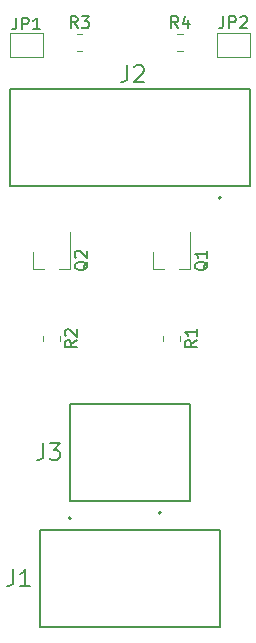
<source format=gbr>
%TF.GenerationSoftware,KiCad,Pcbnew,(5.1.10)-1*%
%TF.CreationDate,2021-08-23T16:29:52+02:00*%
%TF.ProjectId,Module,4d6f6475-6c65-42e6-9b69-6361645f7063,v01*%
%TF.SameCoordinates,Original*%
%TF.FileFunction,Legend,Top*%
%TF.FilePolarity,Positive*%
%FSLAX46Y46*%
G04 Gerber Fmt 4.6, Leading zero omitted, Abs format (unit mm)*
G04 Created by KiCad (PCBNEW (5.1.10)-1) date 2021-08-23 16:29:52*
%MOMM*%
%LPD*%
G01*
G04 APERTURE LIST*
%ADD10C,0.200000*%
%ADD11C,0.127000*%
%ADD12C,0.120000*%
%ADD13C,0.150000*%
G04 APERTURE END LIST*
D10*
%TO.C,J1*%
X142594000Y-89642000D02*
G75*
G03*
X142594000Y-89642000I-100000J0D01*
G01*
D11*
X155194000Y-98842000D02*
X139954000Y-98842000D01*
X139954000Y-90642000D02*
X155194000Y-90642000D01*
X155194000Y-90642000D02*
X155194000Y-98842000D01*
X139954000Y-98842000D02*
X139954000Y-90642000D01*
%TO.C,J2*%
X157734000Y-53304000D02*
X157734000Y-61504000D01*
X137414000Y-61504000D02*
X137414000Y-53304000D01*
X157734000Y-61504000D02*
X137414000Y-61504000D01*
X137414000Y-53304000D02*
X157734000Y-53304000D01*
D10*
X155294000Y-62504000D02*
G75*
G03*
X155294000Y-62504000I-100000J0D01*
G01*
D12*
%TO.C,Q1*%
X149550000Y-68578000D02*
X150480000Y-68578000D01*
X152710000Y-68578000D02*
X151780000Y-68578000D01*
X152710000Y-68578000D02*
X152710000Y-65418000D01*
X149550000Y-68578000D02*
X149550000Y-67118000D01*
%TO.C,Q2*%
X139390000Y-68578000D02*
X139390000Y-67118000D01*
X142550000Y-68578000D02*
X142550000Y-65418000D01*
X142550000Y-68578000D02*
X141620000Y-68578000D01*
X139390000Y-68578000D02*
X140320000Y-68578000D01*
D10*
%TO.C,J3*%
X150214000Y-89174000D02*
G75*
G03*
X150214000Y-89174000I-100000J0D01*
G01*
D11*
X142494000Y-79974000D02*
X152654000Y-79974000D01*
X152654000Y-88174000D02*
X142494000Y-88174000D01*
X142494000Y-88174000D02*
X142494000Y-79974000D01*
X152654000Y-79974000D02*
X152654000Y-88174000D01*
D12*
%TO.C,R1*%
X150395000Y-74178936D02*
X150395000Y-74633064D01*
X151865000Y-74178936D02*
X151865000Y-74633064D01*
%TO.C,R2*%
X141705000Y-74194936D02*
X141705000Y-74649064D01*
X140235000Y-74194936D02*
X140235000Y-74649064D01*
%TO.C,JP1*%
X137411000Y-50593500D02*
X137411000Y-48593500D01*
X140211000Y-50593500D02*
X137411000Y-50593500D01*
X140211000Y-48593500D02*
X140211000Y-50593500D01*
X137411000Y-48593500D02*
X140211000Y-48593500D01*
%TO.C,JP2*%
X157737000Y-50593500D02*
X154937000Y-50593500D01*
X154937000Y-50593500D02*
X154937000Y-48593500D01*
X154937000Y-48593500D02*
X157737000Y-48593500D01*
X157737000Y-48593500D02*
X157737000Y-50593500D01*
%TO.C,R3*%
X143092436Y-48604500D02*
X143546564Y-48604500D01*
X143092436Y-50074500D02*
X143546564Y-50074500D01*
%TO.C,R4*%
X151601436Y-50074500D02*
X152055564Y-50074500D01*
X151601436Y-48604500D02*
X152055564Y-48604500D01*
%TO.C,J1*%
D13*
X137709333Y-93975333D02*
X137709333Y-94975333D01*
X137642666Y-95175333D01*
X137509333Y-95308666D01*
X137309333Y-95375333D01*
X137176000Y-95375333D01*
X139109333Y-95375333D02*
X138309333Y-95375333D01*
X138709333Y-95375333D02*
X138709333Y-93975333D01*
X138576000Y-94175333D01*
X138442666Y-94308666D01*
X138309333Y-94375333D01*
%TO.C,J2*%
X147361333Y-51303333D02*
X147361333Y-52303333D01*
X147294666Y-52503333D01*
X147161333Y-52636666D01*
X146961333Y-52703333D01*
X146828000Y-52703333D01*
X147961333Y-51436666D02*
X148028000Y-51370000D01*
X148161333Y-51303333D01*
X148494666Y-51303333D01*
X148628000Y-51370000D01*
X148694666Y-51436666D01*
X148761333Y-51570000D01*
X148761333Y-51703333D01*
X148694666Y-51903333D01*
X147894666Y-52703333D01*
X148761333Y-52703333D01*
%TO.C,Q1*%
X154177619Y-67913238D02*
X154130000Y-68008476D01*
X154034761Y-68103714D01*
X153891904Y-68246571D01*
X153844285Y-68341809D01*
X153844285Y-68437047D01*
X154082380Y-68389428D02*
X154034761Y-68484666D01*
X153939523Y-68579904D01*
X153749047Y-68627523D01*
X153415714Y-68627523D01*
X153225238Y-68579904D01*
X153130000Y-68484666D01*
X153082380Y-68389428D01*
X153082380Y-68198952D01*
X153130000Y-68103714D01*
X153225238Y-68008476D01*
X153415714Y-67960857D01*
X153749047Y-67960857D01*
X153939523Y-68008476D01*
X154034761Y-68103714D01*
X154082380Y-68198952D01*
X154082380Y-68389428D01*
X154082380Y-67008476D02*
X154082380Y-67579904D01*
X154082380Y-67294190D02*
X153082380Y-67294190D01*
X153225238Y-67389428D01*
X153320476Y-67484666D01*
X153368095Y-67579904D01*
%TO.C,Q2*%
X144017619Y-67913238D02*
X143970000Y-68008476D01*
X143874761Y-68103714D01*
X143731904Y-68246571D01*
X143684285Y-68341809D01*
X143684285Y-68437047D01*
X143922380Y-68389428D02*
X143874761Y-68484666D01*
X143779523Y-68579904D01*
X143589047Y-68627523D01*
X143255714Y-68627523D01*
X143065238Y-68579904D01*
X142970000Y-68484666D01*
X142922380Y-68389428D01*
X142922380Y-68198952D01*
X142970000Y-68103714D01*
X143065238Y-68008476D01*
X143255714Y-67960857D01*
X143589047Y-67960857D01*
X143779523Y-68008476D01*
X143874761Y-68103714D01*
X143922380Y-68198952D01*
X143922380Y-68389428D01*
X143017619Y-67579904D02*
X142970000Y-67532285D01*
X142922380Y-67437047D01*
X142922380Y-67198952D01*
X142970000Y-67103714D01*
X143017619Y-67056095D01*
X143112857Y-67008476D01*
X143208095Y-67008476D01*
X143350952Y-67056095D01*
X143922380Y-67627523D01*
X143922380Y-67008476D01*
%TO.C,J3*%
X140249333Y-83307333D02*
X140249333Y-84307333D01*
X140182666Y-84507333D01*
X140049333Y-84640666D01*
X139849333Y-84707333D01*
X139716000Y-84707333D01*
X140782666Y-83307333D02*
X141649333Y-83307333D01*
X141182666Y-83840666D01*
X141382666Y-83840666D01*
X141516000Y-83907333D01*
X141582666Y-83974000D01*
X141649333Y-84107333D01*
X141649333Y-84440666D01*
X141582666Y-84574000D01*
X141516000Y-84640666D01*
X141382666Y-84707333D01*
X140982666Y-84707333D01*
X140849333Y-84640666D01*
X140782666Y-84574000D01*
%TO.C,R1*%
X153232380Y-74572666D02*
X152756190Y-74906000D01*
X153232380Y-75144095D02*
X152232380Y-75144095D01*
X152232380Y-74763142D01*
X152280000Y-74667904D01*
X152327619Y-74620285D01*
X152422857Y-74572666D01*
X152565714Y-74572666D01*
X152660952Y-74620285D01*
X152708571Y-74667904D01*
X152756190Y-74763142D01*
X152756190Y-75144095D01*
X153232380Y-73620285D02*
X153232380Y-74191714D01*
X153232380Y-73906000D02*
X152232380Y-73906000D01*
X152375238Y-74001238D01*
X152470476Y-74096476D01*
X152518095Y-74191714D01*
%TO.C,R2*%
X143072380Y-74588666D02*
X142596190Y-74922000D01*
X143072380Y-75160095D02*
X142072380Y-75160095D01*
X142072380Y-74779142D01*
X142120000Y-74683904D01*
X142167619Y-74636285D01*
X142262857Y-74588666D01*
X142405714Y-74588666D01*
X142500952Y-74636285D01*
X142548571Y-74683904D01*
X142596190Y-74779142D01*
X142596190Y-75160095D01*
X142167619Y-74207714D02*
X142120000Y-74160095D01*
X142072380Y-74064857D01*
X142072380Y-73826761D01*
X142120000Y-73731523D01*
X142167619Y-73683904D01*
X142262857Y-73636285D01*
X142358095Y-73636285D01*
X142500952Y-73683904D01*
X143072380Y-74255333D01*
X143072380Y-73636285D01*
%TO.C,JP1*%
X137977666Y-47245880D02*
X137977666Y-47960166D01*
X137930047Y-48103023D01*
X137834809Y-48198261D01*
X137691952Y-48245880D01*
X137596714Y-48245880D01*
X138453857Y-48245880D02*
X138453857Y-47245880D01*
X138834809Y-47245880D01*
X138930047Y-47293500D01*
X138977666Y-47341119D01*
X139025285Y-47436357D01*
X139025285Y-47579214D01*
X138977666Y-47674452D01*
X138930047Y-47722071D01*
X138834809Y-47769690D01*
X138453857Y-47769690D01*
X139977666Y-48245880D02*
X139406238Y-48245880D01*
X139691952Y-48245880D02*
X139691952Y-47245880D01*
X139596714Y-47388738D01*
X139501476Y-47483976D01*
X139406238Y-47531595D01*
%TO.C,JP2*%
X155503666Y-47140880D02*
X155503666Y-47855166D01*
X155456047Y-47998023D01*
X155360809Y-48093261D01*
X155217952Y-48140880D01*
X155122714Y-48140880D01*
X155979857Y-48140880D02*
X155979857Y-47140880D01*
X156360809Y-47140880D01*
X156456047Y-47188500D01*
X156503666Y-47236119D01*
X156551285Y-47331357D01*
X156551285Y-47474214D01*
X156503666Y-47569452D01*
X156456047Y-47617071D01*
X156360809Y-47664690D01*
X155979857Y-47664690D01*
X156932238Y-47236119D02*
X156979857Y-47188500D01*
X157075095Y-47140880D01*
X157313190Y-47140880D01*
X157408428Y-47188500D01*
X157456047Y-47236119D01*
X157503666Y-47331357D01*
X157503666Y-47426595D01*
X157456047Y-47569452D01*
X156884619Y-48140880D01*
X157503666Y-48140880D01*
%TO.C,R3*%
X143152833Y-48141880D02*
X142819500Y-47665690D01*
X142581404Y-48141880D02*
X142581404Y-47141880D01*
X142962357Y-47141880D01*
X143057595Y-47189500D01*
X143105214Y-47237119D01*
X143152833Y-47332357D01*
X143152833Y-47475214D01*
X143105214Y-47570452D01*
X143057595Y-47618071D01*
X142962357Y-47665690D01*
X142581404Y-47665690D01*
X143486166Y-47141880D02*
X144105214Y-47141880D01*
X143771880Y-47522833D01*
X143914738Y-47522833D01*
X144009976Y-47570452D01*
X144057595Y-47618071D01*
X144105214Y-47713309D01*
X144105214Y-47951404D01*
X144057595Y-48046642D01*
X144009976Y-48094261D01*
X143914738Y-48141880D01*
X143629023Y-48141880D01*
X143533785Y-48094261D01*
X143486166Y-48046642D01*
%TO.C,R4*%
X151661833Y-48141880D02*
X151328500Y-47665690D01*
X151090404Y-48141880D02*
X151090404Y-47141880D01*
X151471357Y-47141880D01*
X151566595Y-47189500D01*
X151614214Y-47237119D01*
X151661833Y-47332357D01*
X151661833Y-47475214D01*
X151614214Y-47570452D01*
X151566595Y-47618071D01*
X151471357Y-47665690D01*
X151090404Y-47665690D01*
X152518976Y-47475214D02*
X152518976Y-48141880D01*
X152280880Y-47094261D02*
X152042785Y-47808547D01*
X152661833Y-47808547D01*
%TD*%
M02*

</source>
